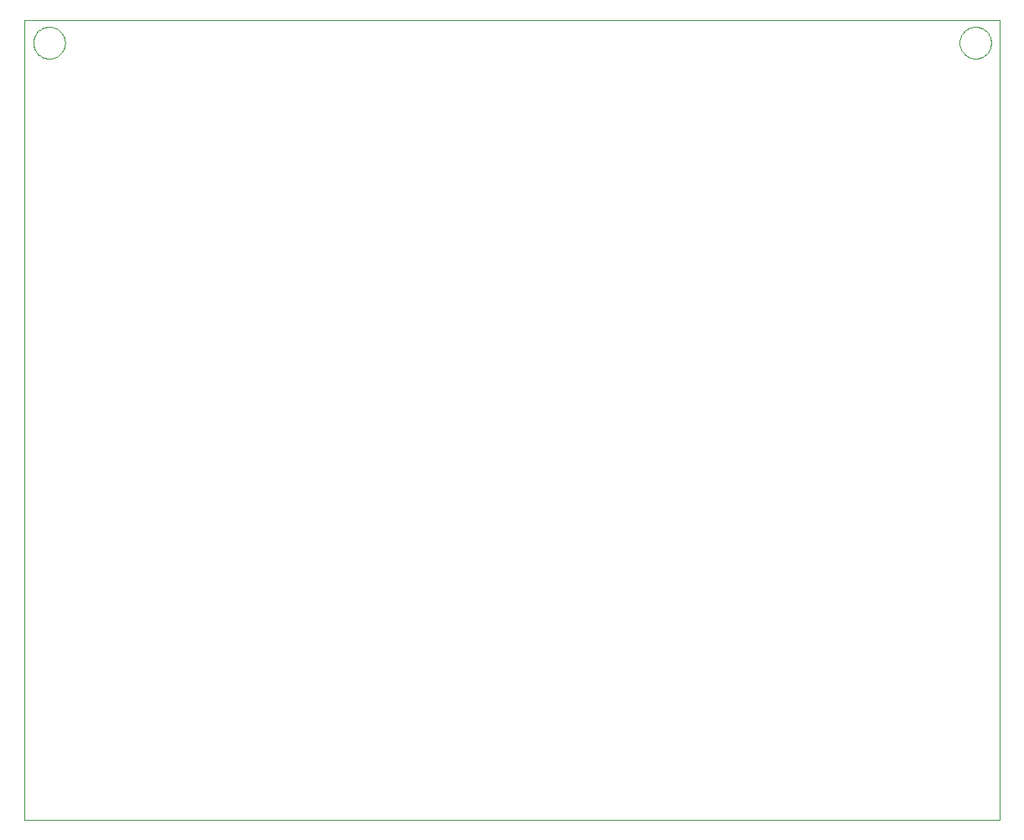
<source format=gm1>
G75*
%MOIN*%
%OFA0B0*%
%FSLAX24Y24*%
%IPPOS*%
%LPD*%
%AMOC8*
5,1,8,0,0,1.08239X$1,22.5*
%
%ADD10C,0.0000*%
D10*
X000574Y000251D02*
X000574Y032054D01*
X039341Y032054D01*
X039341Y000251D01*
X000574Y000251D01*
X000928Y031156D02*
X000930Y031206D01*
X000936Y031256D01*
X000946Y031305D01*
X000960Y031353D01*
X000977Y031400D01*
X000998Y031445D01*
X001023Y031489D01*
X001051Y031530D01*
X001083Y031569D01*
X001117Y031606D01*
X001154Y031640D01*
X001194Y031670D01*
X001236Y031697D01*
X001280Y031721D01*
X001326Y031742D01*
X001373Y031758D01*
X001421Y031771D01*
X001471Y031780D01*
X001520Y031785D01*
X001571Y031786D01*
X001621Y031783D01*
X001670Y031776D01*
X001719Y031765D01*
X001767Y031750D01*
X001813Y031732D01*
X001858Y031710D01*
X001901Y031684D01*
X001942Y031655D01*
X001981Y031623D01*
X002017Y031588D01*
X002049Y031550D01*
X002079Y031510D01*
X002106Y031467D01*
X002129Y031423D01*
X002148Y031377D01*
X002164Y031329D01*
X002176Y031280D01*
X002184Y031231D01*
X002188Y031181D01*
X002188Y031131D01*
X002184Y031081D01*
X002176Y031032D01*
X002164Y030983D01*
X002148Y030935D01*
X002129Y030889D01*
X002106Y030845D01*
X002079Y030802D01*
X002049Y030762D01*
X002017Y030724D01*
X001981Y030689D01*
X001942Y030657D01*
X001901Y030628D01*
X001858Y030602D01*
X001813Y030580D01*
X001767Y030562D01*
X001719Y030547D01*
X001670Y030536D01*
X001621Y030529D01*
X001571Y030526D01*
X001520Y030527D01*
X001471Y030532D01*
X001421Y030541D01*
X001373Y030554D01*
X001326Y030570D01*
X001280Y030591D01*
X001236Y030615D01*
X001194Y030642D01*
X001154Y030672D01*
X001117Y030706D01*
X001083Y030743D01*
X001051Y030782D01*
X001023Y030823D01*
X000998Y030867D01*
X000977Y030912D01*
X000960Y030959D01*
X000946Y031007D01*
X000936Y031056D01*
X000930Y031106D01*
X000928Y031156D01*
X037739Y031156D02*
X037741Y031206D01*
X037747Y031256D01*
X037757Y031305D01*
X037771Y031353D01*
X037788Y031400D01*
X037809Y031445D01*
X037834Y031489D01*
X037862Y031530D01*
X037894Y031569D01*
X037928Y031606D01*
X037965Y031640D01*
X038005Y031670D01*
X038047Y031697D01*
X038091Y031721D01*
X038137Y031742D01*
X038184Y031758D01*
X038232Y031771D01*
X038282Y031780D01*
X038331Y031785D01*
X038382Y031786D01*
X038432Y031783D01*
X038481Y031776D01*
X038530Y031765D01*
X038578Y031750D01*
X038624Y031732D01*
X038669Y031710D01*
X038712Y031684D01*
X038753Y031655D01*
X038792Y031623D01*
X038828Y031588D01*
X038860Y031550D01*
X038890Y031510D01*
X038917Y031467D01*
X038940Y031423D01*
X038959Y031377D01*
X038975Y031329D01*
X038987Y031280D01*
X038995Y031231D01*
X038999Y031181D01*
X038999Y031131D01*
X038995Y031081D01*
X038987Y031032D01*
X038975Y030983D01*
X038959Y030935D01*
X038940Y030889D01*
X038917Y030845D01*
X038890Y030802D01*
X038860Y030762D01*
X038828Y030724D01*
X038792Y030689D01*
X038753Y030657D01*
X038712Y030628D01*
X038669Y030602D01*
X038624Y030580D01*
X038578Y030562D01*
X038530Y030547D01*
X038481Y030536D01*
X038432Y030529D01*
X038382Y030526D01*
X038331Y030527D01*
X038282Y030532D01*
X038232Y030541D01*
X038184Y030554D01*
X038137Y030570D01*
X038091Y030591D01*
X038047Y030615D01*
X038005Y030642D01*
X037965Y030672D01*
X037928Y030706D01*
X037894Y030743D01*
X037862Y030782D01*
X037834Y030823D01*
X037809Y030867D01*
X037788Y030912D01*
X037771Y030959D01*
X037757Y031007D01*
X037747Y031056D01*
X037741Y031106D01*
X037739Y031156D01*
M02*

</source>
